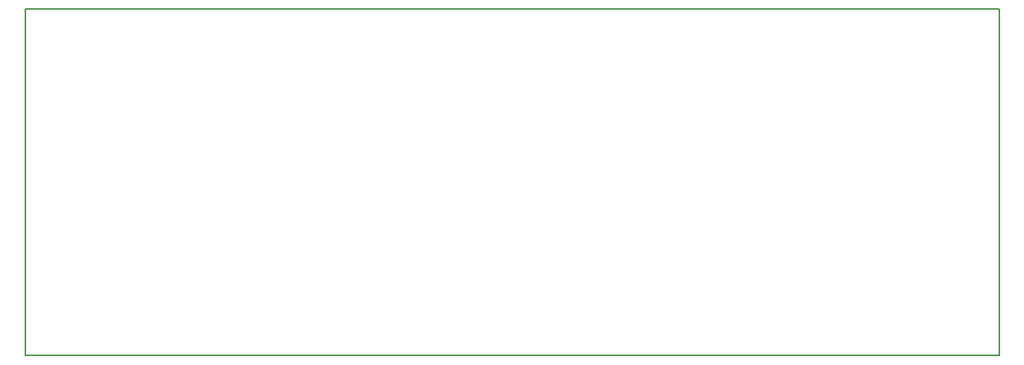
<source format=gbr>
G04 #@! TF.FileFunction,Profile,NP*
%FSLAX46Y46*%
G04 Gerber Fmt 4.6, Leading zero omitted, Abs format (unit mm)*
G04 Created by KiCad (PCBNEW 4.0.7) date Tuesday, October 17, 2017 'PMt' 02:11:27 PM*
%MOMM*%
%LPD*%
G01*
G04 APERTURE LIST*
%ADD10C,0.100000*%
%ADD11C,0.150000*%
G04 APERTURE END LIST*
D10*
D11*
X207010000Y-83820000D02*
X207010000Y-102870000D01*
X96520000Y-83820000D02*
X207010000Y-83820000D01*
X96520000Y-123190000D02*
X96520000Y-83820000D01*
X207010000Y-123190000D02*
X96520000Y-123190000D01*
X207010000Y-102870000D02*
X207010000Y-123190000D01*
M02*

</source>
